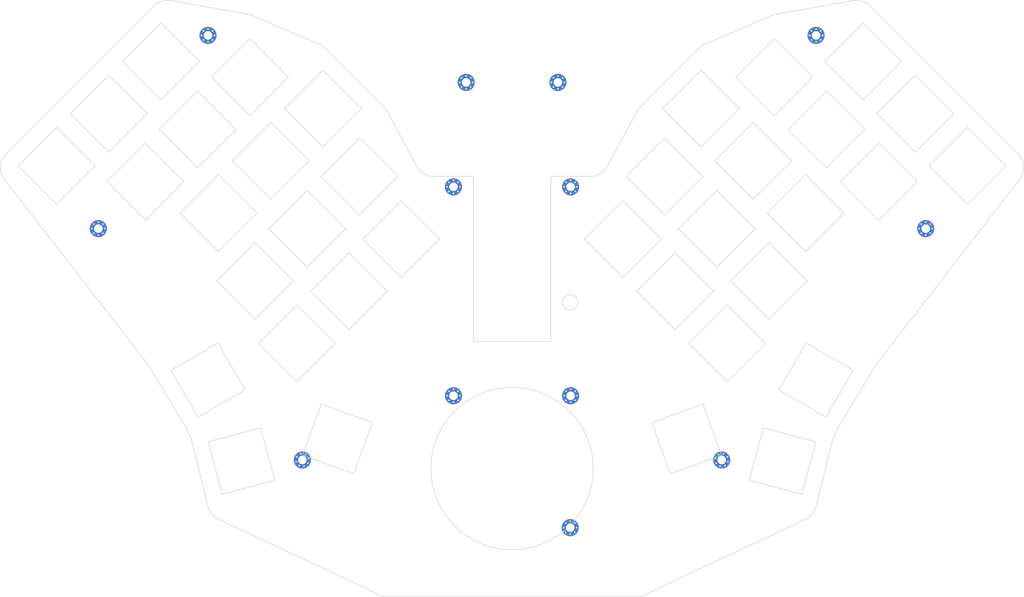
<source format=kicad_pcb>


(kicad_pcb (version 20171130) (host pcbnew 5.1.6)

  (page A3)
  (title_block
    (title "top_plate")
    (rev "v1.0.0")
    (company "Unknown")
  )

  (general
    (thickness 1.6)
  )

  (layers
    (0 F.Cu signal)
    (31 B.Cu signal)
    (32 B.Adhes user)
    (33 F.Adhes user)
    (34 B.Paste user)
    (35 F.Paste user)
    (36 B.SilkS user)
    (37 F.SilkS user)
    (38 B.Mask user)
    (39 F.Mask user)
    (40 Dwgs.User user)
    (41 Cmts.User user)
    (42 Eco1.User user)
    (43 Eco2.User user)
    (44 Edge.Cuts user)
    (45 Margin user)
    (46 B.CrtYd user)
    (47 F.CrtYd user)
    (48 B.Fab user)
    (49 F.Fab user)
  )

  (setup
    (last_trace_width 0.25)
    (trace_clearance 0.2)
    (zone_clearance 0.508)
    (zone_45_only no)
    (trace_min 0.2)
    (via_size 0.8)
    (via_drill 0.4)
    (via_min_size 0.4)
    (via_min_drill 0.3)
    (uvia_size 0.3)
    (uvia_drill 0.1)
    (uvias_allowed no)
    (uvia_min_size 0.2)
    (uvia_min_drill 0.1)
    (edge_width 0.05)
    (segment_width 0.2)
    (pcb_text_width 0.3)
    (pcb_text_size 1.5 1.5)
    (mod_edge_width 0.12)
    (mod_text_size 1 1)
    (mod_text_width 0.15)
    (pad_size 1.524 1.524)
    (pad_drill 0.762)
    (pad_to_mask_clearance 0.05)
    (aux_axis_origin 0 0)
    (visible_elements FFFFFF7F)
    (pcbplotparams
      (layerselection 0x010fc_ffffffff)
      (usegerberextensions false)
      (usegerberattributes true)
      (usegerberadvancedattributes true)
      (creategerberjobfile true)
      (excludeedgelayer true)
      (linewidth 0.100000)
      (plotframeref false)
      (viasonmask false)
      (mode 1)
      (useauxorigin false)
      (hpglpennumber 1)
      (hpglpenspeed 20)
      (hpglpendiameter 15.000000)
      (psnegative false)
      (psa4output false)
      (plotreference true)
      (plotvalue true)
      (plotinvisibletext false)
      (padsonsilk false)
      (subtractmaskfromsilk false)
      (outputformat 1)
      (mirror false)
      (drillshape 1)
      (scaleselection 1)
      (outputdirectory ""))
  )

  (net 0 "")

  (net_class Default "This is the default net class."
    (clearance 0.2)
    (trace_width 0.25)
    (via_dia 0.8)
    (via_drill 0.4)
    (uvia_dia 0.3)
    (uvia_drill 0.1)
    (add_net "")
  )

  
    (module "MountingHole_2.2mm_M2_Pad_Via" (version 20210722) (generator pcbnew) (layer "F.Cu")
      (tedit 56DDB9C7)
      (at 60.2773176 128.95859919999998 -45) 
    
      (fp_text reference "_1" (at 0 -3.2) (layer "F.SilkS") hide 
        (effects (font (size 1 1) (thickness 0.15)))
        (tstamp b68bb25c-687d-44b1-b966-dad4cac66b35)
      )
    
      (fp_circle (center 0 0) (end 2.45 0) (layer "F.CrtYd") (width 0.05) (fill none) (tstamp b2688462-c375-45d3-9095-3425fb17c88f))
      (pad "1" thru_hole circle locked (at 1.166726 1.166726) (size 0.7 0.7) (drill 0.4) (layers *.Cu *.Mask) (tstamp 2a7fc905-328f-4bbb-9222-ca8d15d03a86))
      (pad "1" thru_hole circle locked (at 0 0) (size 4.4 4.4) (drill 2.2) (layers *.Cu *.Mask) (tstamp 47ee1d53-0551-4b6d-bc24-3f3f14c73c36))
      (pad "1" thru_hole circle locked (at 0 1.65) (size 0.7 0.7) (drill 0.4) (layers *.Cu *.Mask) (tstamp 4eef65bc-4add-40d7-8319-14dcdbae0d44))
      (pad "1" thru_hole circle locked (at 1.166726 -1.166726) (size 0.7 0.7) (drill 0.4) (layers *.Cu *.Mask) (tstamp 56155f4d-2ebc-4ad4-8d82-7aa7846deba8))
      (pad "1" thru_hole circle locked (at -1.65 0) (size 0.7 0.7) (drill 0.4) (layers *.Cu *.Mask) (tstamp 787d6162-1d3c-4def-859e-6532ce27c1ef))
      (pad "1" thru_hole circle locked (at -1.166726 -1.166726) (size 0.7 0.7) (drill 0.4) (layers *.Cu *.Mask) (tstamp 8d699d12-7099-4814-bbe6-11bc74c6e8b2))
      (pad "1" thru_hole circle locked (at -1.166726 1.166726) (size 0.7 0.7) (drill 0.4) (layers *.Cu *.Mask) (tstamp 95ab0420-a56b-46ee-98ad-5072a1a93a6f))
      (pad "1" thru_hole circle locked (at 1.65 0) (size 0.7 0.7) (drill 0.4) (layers *.Cu *.Mask) (tstamp cde0acf2-b3b4-46de-9f6e-3ab519744000))
      (pad "1" thru_hole circle locked (at 0 -1.65) (size 0.7 0.7) (drill 0.4) (layers *.Cu *.Mask) (tstamp ff0de415-ae11-46fb-b780-c24aee621212))
    )

    (module "MountingHole_2.2mm_M2_Pad_Via" (version 20210722) (generator pcbnew) (layer "F.Cu")
      (tedit 56DDB9C7)
      (at 31.9895107 178.7990207 -45) 
    
      (fp_text reference "_2" (at 0 -3.2) (layer "F.SilkS") hide 
        (effects (font (size 1 1) (thickness 0.15)))
        (tstamp b68bb25c-687d-44b1-b966-dad4cac66b35)
      )
    
      (fp_circle (center 0 0) (end 2.45 0) (layer "F.CrtYd") (width 0.05) (fill none) (tstamp b2688462-c375-45d3-9095-3425fb17c88f))
      (pad "1" thru_hole circle locked (at 1.166726 1.166726) (size 0.7 0.7) (drill 0.4) (layers *.Cu *.Mask) (tstamp 2a7fc905-328f-4bbb-9222-ca8d15d03a86))
      (pad "1" thru_hole circle locked (at 0 0) (size 4.4 4.4) (drill 2.2) (layers *.Cu *.Mask) (tstamp 47ee1d53-0551-4b6d-bc24-3f3f14c73c36))
      (pad "1" thru_hole circle locked (at 0 1.65) (size 0.7 0.7) (drill 0.4) (layers *.Cu *.Mask) (tstamp 4eef65bc-4add-40d7-8319-14dcdbae0d44))
      (pad "1" thru_hole circle locked (at 1.166726 -1.166726) (size 0.7 0.7) (drill 0.4) (layers *.Cu *.Mask) (tstamp 56155f4d-2ebc-4ad4-8d82-7aa7846deba8))
      (pad "1" thru_hole circle locked (at -1.65 0) (size 0.7 0.7) (drill 0.4) (layers *.Cu *.Mask) (tstamp 787d6162-1d3c-4def-859e-6532ce27c1ef))
      (pad "1" thru_hole circle locked (at -1.166726 -1.166726) (size 0.7 0.7) (drill 0.4) (layers *.Cu *.Mask) (tstamp 8d699d12-7099-4814-bbe6-11bc74c6e8b2))
      (pad "1" thru_hole circle locked (at -1.166726 1.166726) (size 0.7 0.7) (drill 0.4) (layers *.Cu *.Mask) (tstamp 95ab0420-a56b-46ee-98ad-5072a1a93a6f))
      (pad "1" thru_hole circle locked (at 1.65 0) (size 0.7 0.7) (drill 0.4) (layers *.Cu *.Mask) (tstamp cde0acf2-b3b4-46de-9f6e-3ab519744000))
      (pad "1" thru_hole circle locked (at 0 -1.65) (size 0.7 0.7) (drill 0.4) (layers *.Cu *.Mask) (tstamp ff0de415-ae11-46fb-b780-c24aee621212))
    )

    (module "MountingHole_2.2mm_M2_Pad_Via" (version 20210722) (generator pcbnew) (layer "F.Cu")
      (tedit 56DDB9C7)
      (at 123.5881232 168.0227133 -45) 
    
      (fp_text reference "_3" (at 0 -3.2) (layer "F.SilkS") hide 
        (effects (font (size 1 1) (thickness 0.15)))
        (tstamp b68bb25c-687d-44b1-b966-dad4cac66b35)
      )
    
      (fp_circle (center 0 0) (end 2.45 0) (layer "F.CrtYd") (width 0.05) (fill none) (tstamp b2688462-c375-45d3-9095-3425fb17c88f))
      (pad "1" thru_hole circle locked (at 1.166726 1.166726) (size 0.7 0.7) (drill 0.4) (layers *.Cu *.Mask) (tstamp 2a7fc905-328f-4bbb-9222-ca8d15d03a86))
      (pad "1" thru_hole circle locked (at 0 0) (size 4.4 4.4) (drill 2.2) (layers *.Cu *.Mask) (tstamp 47ee1d53-0551-4b6d-bc24-3f3f14c73c36))
      (pad "1" thru_hole circle locked (at 0 1.65) (size 0.7 0.7) (drill 0.4) (layers *.Cu *.Mask) (tstamp 4eef65bc-4add-40d7-8319-14dcdbae0d44))
      (pad "1" thru_hole circle locked (at 1.166726 -1.166726) (size 0.7 0.7) (drill 0.4) (layers *.Cu *.Mask) (tstamp 56155f4d-2ebc-4ad4-8d82-7aa7846deba8))
      (pad "1" thru_hole circle locked (at -1.65 0) (size 0.7 0.7) (drill 0.4) (layers *.Cu *.Mask) (tstamp 787d6162-1d3c-4def-859e-6532ce27c1ef))
      (pad "1" thru_hole circle locked (at -1.166726 -1.166726) (size 0.7 0.7) (drill 0.4) (layers *.Cu *.Mask) (tstamp 8d699d12-7099-4814-bbe6-11bc74c6e8b2))
      (pad "1" thru_hole circle locked (at -1.166726 1.166726) (size 0.7 0.7) (drill 0.4) (layers *.Cu *.Mask) (tstamp 95ab0420-a56b-46ee-98ad-5072a1a93a6f))
      (pad "1" thru_hole circle locked (at 1.65 0) (size 0.7 0.7) (drill 0.4) (layers *.Cu *.Mask) (tstamp cde0acf2-b3b4-46de-9f6e-3ab519744000))
      (pad "1" thru_hole circle locked (at 0 -1.65) (size 0.7 0.7) (drill 0.4) (layers *.Cu *.Mask) (tstamp ff0de415-ae11-46fb-b780-c24aee621212))
    )

    (module "MountingHole_2.2mm_M2_Pad_Via" (version 20210722) (generator pcbnew) (layer "F.Cu")
      (tedit 56DDB9C7)
      (at 150.5288915 141.08194500000002 -45) 
    
      (fp_text reference "_4" (at 0 -3.2) (layer "F.SilkS") hide 
        (effects (font (size 1 1) (thickness 0.15)))
        (tstamp b68bb25c-687d-44b1-b966-dad4cac66b35)
      )
    
      (fp_circle (center 0 0) (end 2.45 0) (layer "F.CrtYd") (width 0.05) (fill none) (tstamp b2688462-c375-45d3-9095-3425fb17c88f))
      (pad "1" thru_hole circle locked (at 1.166726 1.166726) (size 0.7 0.7) (drill 0.4) (layers *.Cu *.Mask) (tstamp 2a7fc905-328f-4bbb-9222-ca8d15d03a86))
      (pad "1" thru_hole circle locked (at 0 0) (size 4.4 4.4) (drill 2.2) (layers *.Cu *.Mask) (tstamp 47ee1d53-0551-4b6d-bc24-3f3f14c73c36))
      (pad "1" thru_hole circle locked (at 0 1.65) (size 0.7 0.7) (drill 0.4) (layers *.Cu *.Mask) (tstamp 4eef65bc-4add-40d7-8319-14dcdbae0d44))
      (pad "1" thru_hole circle locked (at 1.166726 -1.166726) (size 0.7 0.7) (drill 0.4) (layers *.Cu *.Mask) (tstamp 56155f4d-2ebc-4ad4-8d82-7aa7846deba8))
      (pad "1" thru_hole circle locked (at -1.65 0) (size 0.7 0.7) (drill 0.4) (layers *.Cu *.Mask) (tstamp 787d6162-1d3c-4def-859e-6532ce27c1ef))
      (pad "1" thru_hole circle locked (at -1.166726 -1.166726) (size 0.7 0.7) (drill 0.4) (layers *.Cu *.Mask) (tstamp 8d699d12-7099-4814-bbe6-11bc74c6e8b2))
      (pad "1" thru_hole circle locked (at -1.166726 1.166726) (size 0.7 0.7) (drill 0.4) (layers *.Cu *.Mask) (tstamp 95ab0420-a56b-46ee-98ad-5072a1a93a6f))
      (pad "1" thru_hole circle locked (at 1.65 0) (size 0.7 0.7) (drill 0.4) (layers *.Cu *.Mask) (tstamp cde0acf2-b3b4-46de-9f6e-3ab519744000))
      (pad "1" thru_hole circle locked (at 0 -1.65) (size 0.7 0.7) (drill 0.4) (layers *.Cu *.Mask) (tstamp ff0de415-ae11-46fb-b780-c24aee621212))
    )

    (module "MountingHole_2.2mm_M2_Pad_Via" (version 20210722) (generator pcbnew) (layer "F.Cu")
      (tedit 56DDB9C7)
      (at 123.58812329999999 221.90425009999998 -45) 
    
      (fp_text reference "_5" (at 0 -3.2) (layer "F.SilkS") hide 
        (effects (font (size 1 1) (thickness 0.15)))
        (tstamp b68bb25c-687d-44b1-b966-dad4cac66b35)
      )
    
      (fp_circle (center 0 0) (end 2.45 0) (layer "F.CrtYd") (width 0.05) (fill none) (tstamp b2688462-c375-45d3-9095-3425fb17c88f))
      (pad "1" thru_hole circle locked (at 1.166726 1.166726) (size 0.7 0.7) (drill 0.4) (layers *.Cu *.Mask) (tstamp 2a7fc905-328f-4bbb-9222-ca8d15d03a86))
      (pad "1" thru_hole circle locked (at 0 0) (size 4.4 4.4) (drill 2.2) (layers *.Cu *.Mask) (tstamp 47ee1d53-0551-4b6d-bc24-3f3f14c73c36))
      (pad "1" thru_hole circle locked (at 0 1.65) (size 0.7 0.7) (drill 0.4) (layers *.Cu *.Mask) (tstamp 4eef65bc-4add-40d7-8319-14dcdbae0d44))
      (pad "1" thru_hole circle locked (at 1.166726 -1.166726) (size 0.7 0.7) (drill 0.4) (layers *.Cu *.Mask) (tstamp 56155f4d-2ebc-4ad4-8d82-7aa7846deba8))
      (pad "1" thru_hole circle locked (at -1.65 0) (size 0.7 0.7) (drill 0.4) (layers *.Cu *.Mask) (tstamp 787d6162-1d3c-4def-859e-6532ce27c1ef))
      (pad "1" thru_hole circle locked (at -1.166726 -1.166726) (size 0.7 0.7) (drill 0.4) (layers *.Cu *.Mask) (tstamp 8d699d12-7099-4814-bbe6-11bc74c6e8b2))
      (pad "1" thru_hole circle locked (at -1.166726 1.166726) (size 0.7 0.7) (drill 0.4) (layers *.Cu *.Mask) (tstamp 95ab0420-a56b-46ee-98ad-5072a1a93a6f))
      (pad "1" thru_hole circle locked (at 1.65 0) (size 0.7 0.7) (drill 0.4) (layers *.Cu *.Mask) (tstamp cde0acf2-b3b4-46de-9f6e-3ab519744000))
      (pad "1" thru_hole circle locked (at 0 -1.65) (size 0.7 0.7) (drill 0.4) (layers *.Cu *.Mask) (tstamp ff0de415-ae11-46fb-b780-c24aee621212))
    )

    (module "MountingHole_2.2mm_M2_Pad_Via" (version 20210722) (generator pcbnew) (layer "F.Cu")
      (tedit 56DDB9C7)
      (at 84.6125523 238.47803530000002 -75) 
    
      (fp_text reference "_6" (at 0 -3.2) (layer "F.SilkS") hide 
        (effects (font (size 1 1) (thickness 0.15)))
        (tstamp b68bb25c-687d-44b1-b966-dad4cac66b35)
      )
    
      (fp_circle (center 0 0) (end 2.45 0) (layer "F.CrtYd") (width 0.05) (fill none) (tstamp b2688462-c375-45d3-9095-3425fb17c88f))
      (pad "1" thru_hole circle locked (at 1.166726 1.166726) (size 0.7 0.7) (drill 0.4) (layers *.Cu *.Mask) (tstamp 2a7fc905-328f-4bbb-9222-ca8d15d03a86))
      (pad "1" thru_hole circle locked (at 0 0) (size 4.4 4.4) (drill 2.2) (layers *.Cu *.Mask) (tstamp 47ee1d53-0551-4b6d-bc24-3f3f14c73c36))
      (pad "1" thru_hole circle locked (at 0 1.65) (size 0.7 0.7) (drill 0.4) (layers *.Cu *.Mask) (tstamp 4eef65bc-4add-40d7-8319-14dcdbae0d44))
      (pad "1" thru_hole circle locked (at 1.166726 -1.166726) (size 0.7 0.7) (drill 0.4) (layers *.Cu *.Mask) (tstamp 56155f4d-2ebc-4ad4-8d82-7aa7846deba8))
      (pad "1" thru_hole circle locked (at -1.65 0) (size 0.7 0.7) (drill 0.4) (layers *.Cu *.Mask) (tstamp 787d6162-1d3c-4def-859e-6532ce27c1ef))
      (pad "1" thru_hole circle locked (at -1.166726 -1.166726) (size 0.7 0.7) (drill 0.4) (layers *.Cu *.Mask) (tstamp 8d699d12-7099-4814-bbe6-11bc74c6e8b2))
      (pad "1" thru_hole circle locked (at -1.166726 1.166726) (size 0.7 0.7) (drill 0.4) (layers *.Cu *.Mask) (tstamp 95ab0420-a56b-46ee-98ad-5072a1a93a6f))
      (pad "1" thru_hole circle locked (at 1.65 0) (size 0.7 0.7) (drill 0.4) (layers *.Cu *.Mask) (tstamp cde0acf2-b3b4-46de-9f6e-3ab519744000))
      (pad "1" thru_hole circle locked (at 0 -1.65) (size 0.7 0.7) (drill 0.4) (layers *.Cu *.Mask) (tstamp ff0de415-ae11-46fb-b780-c24aee621212))
    )

    (module "MountingHole_2.2mm_M2_Pad_Via" (version 20210722) (generator pcbnew) (layer "F.Cu")
      (tedit 56DDB9C7)
      (at 217.10816040000003 128.95859919999998 45) 
    
      (fp_text reference "_7" (at 0 -3.2) (layer "F.SilkS") hide 
        (effects (font (size 1 1) (thickness 0.15)))
        (tstamp b68bb25c-687d-44b1-b966-dad4cac66b35)
      )
    
      (fp_circle (center 0 0) (end 2.45 0) (layer "F.CrtYd") (width 0.05) (fill none) (tstamp b2688462-c375-45d3-9095-3425fb17c88f))
      (pad "1" thru_hole circle locked (at 1.166726 1.166726) (size 0.7 0.7) (drill 0.4) (layers *.Cu *.Mask) (tstamp 2a7fc905-328f-4bbb-9222-ca8d15d03a86))
      (pad "1" thru_hole circle locked (at 0 0) (size 4.4 4.4) (drill 2.2) (layers *.Cu *.Mask) (tstamp 47ee1d53-0551-4b6d-bc24-3f3f14c73c36))
      (pad "1" thru_hole circle locked (at 0 1.65) (size 0.7 0.7) (drill 0.4) (layers *.Cu *.Mask) (tstamp 4eef65bc-4add-40d7-8319-14dcdbae0d44))
      (pad "1" thru_hole circle locked (at 1.166726 -1.166726) (size 0.7 0.7) (drill 0.4) (layers *.Cu *.Mask) (tstamp 56155f4d-2ebc-4ad4-8d82-7aa7846deba8))
      (pad "1" thru_hole circle locked (at -1.65 0) (size 0.7 0.7) (drill 0.4) (layers *.Cu *.Mask) (tstamp 787d6162-1d3c-4def-859e-6532ce27c1ef))
      (pad "1" thru_hole circle locked (at -1.166726 -1.166726) (size 0.7 0.7) (drill 0.4) (layers *.Cu *.Mask) (tstamp 8d699d12-7099-4814-bbe6-11bc74c6e8b2))
      (pad "1" thru_hole circle locked (at -1.166726 1.166726) (size 0.7 0.7) (drill 0.4) (layers *.Cu *.Mask) (tstamp 95ab0420-a56b-46ee-98ad-5072a1a93a6f))
      (pad "1" thru_hole circle locked (at 1.65 0) (size 0.7 0.7) (drill 0.4) (layers *.Cu *.Mask) (tstamp cde0acf2-b3b4-46de-9f6e-3ab519744000))
      (pad "1" thru_hole circle locked (at 0 -1.65) (size 0.7 0.7) (drill 0.4) (layers *.Cu *.Mask) (tstamp ff0de415-ae11-46fb-b780-c24aee621212))
    )

    (module "MountingHole_2.2mm_M2_Pad_Via" (version 20210722) (generator pcbnew) (layer "F.Cu")
      (tedit 56DDB9C7)
      (at 245.39596730000005 178.7990207 45) 
    
      (fp_text reference "_8" (at 0 -3.2) (layer "F.SilkS") hide 
        (effects (font (size 1 1) (thickness 0.15)))
        (tstamp b68bb25c-687d-44b1-b966-dad4cac66b35)
      )
    
      (fp_circle (center 0 0) (end 2.45 0) (layer "F.CrtYd") (width 0.05) (fill none) (tstamp b2688462-c375-45d3-9095-3425fb17c88f))
      (pad "1" thru_hole circle locked (at 1.166726 1.166726) (size 0.7 0.7) (drill 0.4) (layers *.Cu *.Mask) (tstamp 2a7fc905-328f-4bbb-9222-ca8d15d03a86))
      (pad "1" thru_hole circle locked (at 0 0) (size 4.4 4.4) (drill 2.2) (layers *.Cu *.Mask) (tstamp 47ee1d53-0551-4b6d-bc24-3f3f14c73c36))
      (pad "1" thru_hole circle locked (at 0 1.65) (size 0.7 0.7) (drill 0.4) (layers *.Cu *.Mask) (tstamp 4eef65bc-4add-40d7-8319-14dcdbae0d44))
      (pad "1" thru_hole circle locked (at 1.166726 -1.166726) (size 0.7 0.7) (drill 0.4) (layers *.Cu *.Mask) (tstamp 56155f4d-2ebc-4ad4-8d82-7aa7846deba8))
      (pad "1" thru_hole circle locked (at -1.65 0) (size 0.7 0.7) (drill 0.4) (layers *.Cu *.Mask) (tstamp 787d6162-1d3c-4def-859e-6532ce27c1ef))
      (pad "1" thru_hole circle locked (at -1.166726 -1.166726) (size 0.7 0.7) (drill 0.4) (layers *.Cu *.Mask) (tstamp 8d699d12-7099-4814-bbe6-11bc74c6e8b2))
      (pad "1" thru_hole circle locked (at -1.166726 1.166726) (size 0.7 0.7) (drill 0.4) (layers *.Cu *.Mask) (tstamp 95ab0420-a56b-46ee-98ad-5072a1a93a6f))
      (pad "1" thru_hole circle locked (at 1.65 0) (size 0.7 0.7) (drill 0.4) (layers *.Cu *.Mask) (tstamp cde0acf2-b3b4-46de-9f6e-3ab519744000))
      (pad "1" thru_hole circle locked (at 0 -1.65) (size 0.7 0.7) (drill 0.4) (layers *.Cu *.Mask) (tstamp ff0de415-ae11-46fb-b780-c24aee621212))
    )

    (module "MountingHole_2.2mm_M2_Pad_Via" (version 20210722) (generator pcbnew) (layer "F.Cu")
      (tedit 56DDB9C7)
      (at 153.79735480000002 168.0227133 45) 
    
      (fp_text reference "_9" (at 0 -3.2) (layer "F.SilkS") hide 
        (effects (font (size 1 1) (thickness 0.15)))
        (tstamp b68bb25c-687d-44b1-b966-dad4cac66b35)
      )
    
      (fp_circle (center 0 0) (end 2.45 0) (layer "F.CrtYd") (width 0.05) (fill none) (tstamp b2688462-c375-45d3-9095-3425fb17c88f))
      (pad "1" thru_hole circle locked (at 1.166726 1.166726) (size 0.7 0.7) (drill 0.4) (layers *.Cu *.Mask) (tstamp 2a7fc905-328f-4bbb-9222-ca8d15d03a86))
      (pad "1" thru_hole circle locked (at 0 0) (size 4.4 4.4) (drill 2.2) (layers *.Cu *.Mask) (tstamp 47ee1d53-0551-4b6d-bc24-3f3f14c73c36))
      (pad "1" thru_hole circle locked (at 0 1.65) (size 0.7 0.7) (drill 0.4) (layers *.Cu *.Mask) (tstamp 4eef65bc-4add-40d7-8319-14dcdbae0d44))
      (pad "1" thru_hole circle locked (at 1.166726 -1.166726) (size 0.7 0.7) (drill 0.4) (layers *.Cu *.Mask) (tstamp 56155f4d-2ebc-4ad4-8d82-7aa7846deba8))
      (pad "1" thru_hole circle locked (at -1.65 0) (size 0.7 0.7) (drill 0.4) (layers *.Cu *.Mask) (tstamp 787d6162-1d3c-4def-859e-6532ce27c1ef))
      (pad "1" thru_hole circle locked (at -1.166726 -1.166726) (size 0.7 0.7) (drill 0.4) (layers *.Cu *.Mask) (tstamp 8d699d12-7099-4814-bbe6-11bc74c6e8b2))
      (pad "1" thru_hole circle locked (at -1.166726 1.166726) (size 0.7 0.7) (drill 0.4) (layers *.Cu *.Mask) (tstamp 95ab0420-a56b-46ee-98ad-5072a1a93a6f))
      (pad "1" thru_hole circle locked (at 1.65 0) (size 0.7 0.7) (drill 0.4) (layers *.Cu *.Mask) (tstamp cde0acf2-b3b4-46de-9f6e-3ab519744000))
      (pad "1" thru_hole circle locked (at 0 -1.65) (size 0.7 0.7) (drill 0.4) (layers *.Cu *.Mask) (tstamp ff0de415-ae11-46fb-b780-c24aee621212))
    )

    (module "MountingHole_2.2mm_M2_Pad_Via" (version 20210722) (generator pcbnew) (layer "F.Cu")
      (tedit 56DDB9C7)
      (at 126.85658650000003 141.08194500000002 45) 
    
      (fp_text reference "_10" (at 0 -3.2) (layer "F.SilkS") hide 
        (effects (font (size 1 1) (thickness 0.15)))
        (tstamp b68bb25c-687d-44b1-b966-dad4cac66b35)
      )
    
      (fp_circle (center 0 0) (end 2.45 0) (layer "F.CrtYd") (width 0.05) (fill none) (tstamp b2688462-c375-45d3-9095-3425fb17c88f))
      (pad "1" thru_hole circle locked (at 1.166726 1.166726) (size 0.7 0.7) (drill 0.4) (layers *.Cu *.Mask) (tstamp 2a7fc905-328f-4bbb-9222-ca8d15d03a86))
      (pad "1" thru_hole circle locked (at 0 0) (size 4.4 4.4) (drill 2.2) (layers *.Cu *.Mask) (tstamp 47ee1d53-0551-4b6d-bc24-3f3f14c73c36))
      (pad "1" thru_hole circle locked (at 0 1.65) (size 0.7 0.7) (drill 0.4) (layers *.Cu *.Mask) (tstamp 4eef65bc-4add-40d7-8319-14dcdbae0d44))
      (pad "1" thru_hole circle locked (at 1.166726 -1.166726) (size 0.7 0.7) (drill 0.4) (layers *.Cu *.Mask) (tstamp 56155f4d-2ebc-4ad4-8d82-7aa7846deba8))
      (pad "1" thru_hole circle locked (at -1.65 0) (size 0.7 0.7) (drill 0.4) (layers *.Cu *.Mask) (tstamp 787d6162-1d3c-4def-859e-6532ce27c1ef))
      (pad "1" thru_hole circle locked (at -1.166726 -1.166726) (size 0.7 0.7) (drill 0.4) (layers *.Cu *.Mask) (tstamp 8d699d12-7099-4814-bbe6-11bc74c6e8b2))
      (pad "1" thru_hole circle locked (at -1.166726 1.166726) (size 0.7 0.7) (drill 0.4) (layers *.Cu *.Mask) (tstamp 95ab0420-a56b-46ee-98ad-5072a1a93a6f))
      (pad "1" thru_hole circle locked (at 1.65 0) (size 0.7 0.7) (drill 0.4) (layers *.Cu *.Mask) (tstamp cde0acf2-b3b4-46de-9f6e-3ab519744000))
      (pad "1" thru_hole circle locked (at 0 -1.65) (size 0.7 0.7) (drill 0.4) (layers *.Cu *.Mask) (tstamp ff0de415-ae11-46fb-b780-c24aee621212))
    )

    (module "MountingHole_2.2mm_M2_Pad_Via" (version 20210722) (generator pcbnew) (layer "F.Cu")
      (tedit 56DDB9C7)
      (at 153.79735470000006 221.90425009999998 45) 
    
      (fp_text reference "_11" (at 0 -3.2) (layer "F.SilkS") hide 
        (effects (font (size 1 1) (thickness 0.15)))
        (tstamp b68bb25c-687d-44b1-b966-dad4cac66b35)
      )
    
      (fp_circle (center 0 0) (end 2.45 0) (layer "F.CrtYd") (width 0.05) (fill none) (tstamp b2688462-c375-45d3-9095-3425fb17c88f))
      (pad "1" thru_hole circle locked (at 1.166726 1.166726) (size 0.7 0.7) (drill 0.4) (layers *.Cu *.Mask) (tstamp 2a7fc905-328f-4bbb-9222-ca8d15d03a86))
      (pad "1" thru_hole circle locked (at 0 0) (size 4.4 4.4) (drill 2.2) (layers *.Cu *.Mask) (tstamp 47ee1d53-0551-4b6d-bc24-3f3f14c73c36))
      (pad "1" thru_hole circle locked (at 0 1.65) (size 0.7 0.7) (drill 0.4) (layers *.Cu *.Mask) (tstamp 4eef65bc-4add-40d7-8319-14dcdbae0d44))
      (pad "1" thru_hole circle locked (at 1.166726 -1.166726) (size 0.7 0.7) (drill 0.4) (layers *.Cu *.Mask) (tstamp 56155f4d-2ebc-4ad4-8d82-7aa7846deba8))
      (pad "1" thru_hole circle locked (at -1.65 0) (size 0.7 0.7) (drill 0.4) (layers *.Cu *.Mask) (tstamp 787d6162-1d3c-4def-859e-6532ce27c1ef))
      (pad "1" thru_hole circle locked (at -1.166726 -1.166726) (size 0.7 0.7) (drill 0.4) (layers *.Cu *.Mask) (tstamp 8d699d12-7099-4814-bbe6-11bc74c6e8b2))
      (pad "1" thru_hole circle locked (at -1.166726 1.166726) (size 0.7 0.7) (drill 0.4) (layers *.Cu *.Mask) (tstamp 95ab0420-a56b-46ee-98ad-5072a1a93a6f))
      (pad "1" thru_hole circle locked (at 1.65 0) (size 0.7 0.7) (drill 0.4) (layers *.Cu *.Mask) (tstamp cde0acf2-b3b4-46de-9f6e-3ab519744000))
      (pad "1" thru_hole circle locked (at 0 -1.65) (size 0.7 0.7) (drill 0.4) (layers *.Cu *.Mask) (tstamp ff0de415-ae11-46fb-b780-c24aee621212))
    )

    (module "MountingHole_2.2mm_M2_Pad_Via" (version 20210722) (generator pcbnew) (layer "F.Cu")
      (tedit 56DDB9C7)
      (at 192.77292570000003 238.47803530000002 75) 
    
      (fp_text reference "_12" (at 0 -3.2) (layer "F.SilkS") hide 
        (effects (font (size 1 1) (thickness 0.15)))
        (tstamp b68bb25c-687d-44b1-b966-dad4cac66b35)
      )
    
      (fp_circle (center 0 0) (end 2.45 0) (layer "F.CrtYd") (width 0.05) (fill none) (tstamp b2688462-c375-45d3-9095-3425fb17c88f))
      (pad "1" thru_hole circle locked (at 1.166726 1.166726) (size 0.7 0.7) (drill 0.4) (layers *.Cu *.Mask) (tstamp 2a7fc905-328f-4bbb-9222-ca8d15d03a86))
      (pad "1" thru_hole circle locked (at 0 0) (size 4.4 4.4) (drill 2.2) (layers *.Cu *.Mask) (tstamp 47ee1d53-0551-4b6d-bc24-3f3f14c73c36))
      (pad "1" thru_hole circle locked (at 0 1.65) (size 0.7 0.7) (drill 0.4) (layers *.Cu *.Mask) (tstamp 4eef65bc-4add-40d7-8319-14dcdbae0d44))
      (pad "1" thru_hole circle locked (at 1.166726 -1.166726) (size 0.7 0.7) (drill 0.4) (layers *.Cu *.Mask) (tstamp 56155f4d-2ebc-4ad4-8d82-7aa7846deba8))
      (pad "1" thru_hole circle locked (at -1.65 0) (size 0.7 0.7) (drill 0.4) (layers *.Cu *.Mask) (tstamp 787d6162-1d3c-4def-859e-6532ce27c1ef))
      (pad "1" thru_hole circle locked (at -1.166726 -1.166726) (size 0.7 0.7) (drill 0.4) (layers *.Cu *.Mask) (tstamp 8d699d12-7099-4814-bbe6-11bc74c6e8b2))
      (pad "1" thru_hole circle locked (at -1.166726 1.166726) (size 0.7 0.7) (drill 0.4) (layers *.Cu *.Mask) (tstamp 95ab0420-a56b-46ee-98ad-5072a1a93a6f))
      (pad "1" thru_hole circle locked (at 1.65 0) (size 0.7 0.7) (drill 0.4) (layers *.Cu *.Mask) (tstamp cde0acf2-b3b4-46de-9f6e-3ab519744000))
      (pad "1" thru_hole circle locked (at 0 -1.65) (size 0.7 0.7) (drill 0.4) (layers *.Cu *.Mask) (tstamp ff0de415-ae11-46fb-b780-c24aee621212))
    )

    (module "MountingHole_2.2mm_M2_Pad_Via" (version 20210722) (generator pcbnew) (layer "F.Cu")
      (tedit 56DDB9C7)
      (at 153.69273900000002 255.9234817 0) 
    
      (fp_text reference "_13" (at 0 -3.2) (layer "F.SilkS") hide 
        (effects (font (size 1 1) (thickness 0.15)))
        (tstamp b68bb25c-687d-44b1-b966-dad4cac66b35)
      )
    
      (fp_circle (center 0 0) (end 2.45 0) (layer "F.CrtYd") (width 0.05) (fill none) (tstamp b2688462-c375-45d3-9095-3425fb17c88f))
      (pad "1" thru_hole circle locked (at 1.166726 1.166726) (size 0.7 0.7) (drill 0.4) (layers *.Cu *.Mask) (tstamp 2a7fc905-328f-4bbb-9222-ca8d15d03a86))
      (pad "1" thru_hole circle locked (at 0 0) (size 4.4 4.4) (drill 2.2) (layers *.Cu *.Mask) (tstamp 47ee1d53-0551-4b6d-bc24-3f3f14c73c36))
      (pad "1" thru_hole circle locked (at 0 1.65) (size 0.7 0.7) (drill 0.4) (layers *.Cu *.Mask) (tstamp 4eef65bc-4add-40d7-8319-14dcdbae0d44))
      (pad "1" thru_hole circle locked (at 1.166726 -1.166726) (size 0.7 0.7) (drill 0.4) (layers *.Cu *.Mask) (tstamp 56155f4d-2ebc-4ad4-8d82-7aa7846deba8))
      (pad "1" thru_hole circle locked (at -1.65 0) (size 0.7 0.7) (drill 0.4) (layers *.Cu *.Mask) (tstamp 787d6162-1d3c-4def-859e-6532ce27c1ef))
      (pad "1" thru_hole circle locked (at -1.166726 -1.166726) (size 0.7 0.7) (drill 0.4) (layers *.Cu *.Mask) (tstamp 8d699d12-7099-4814-bbe6-11bc74c6e8b2))
      (pad "1" thru_hole circle locked (at -1.166726 1.166726) (size 0.7 0.7) (drill 0.4) (layers *.Cu *.Mask) (tstamp 95ab0420-a56b-46ee-98ad-5072a1a93a6f))
      (pad "1" thru_hole circle locked (at 1.65 0) (size 0.7 0.7) (drill 0.4) (layers *.Cu *.Mask) (tstamp cde0acf2-b3b4-46de-9f6e-3ab519744000))
      (pad "1" thru_hole circle locked (at 0 -1.65) (size 0.7 0.7) (drill 0.4) (layers *.Cu *.Mask) (tstamp ff0de415-ae11-46fb-b780-c24aee621212))
    )
  (gr_line (start 8.166519390563415 159.5167827094366) (end 46.313176390521924 121.37012570947806) (angle 90) (layer Edge.Cuts) (width 0.15))
(gr_line (start 50.71763676233398 119.9817417692096) (end 70.48431665703148 123.4699794383062) (angle 90) (layer Edge.Cuts) (width 0.15))
(gr_line (start 71.5849867576331 123.79817210960914) (end 89.0271071997604 131.27336655838107) (angle 90) (layer Edge.Cuts) (width 0.15))
(gr_line (start 90.59304452734662 132.33355782734662) (end 105.55771759938509 147.2982308993851) (angle 90) (layer Edge.Cuts) (width 0.15))
(gr_line (start 106.42453924112816 148.46326577690795) (end 114.09000755941193 162.69913552247704) (angle 90) (layer Edge.Cuts) (width 0.15))
(gr_line (start 118.49236310115505 165.3286365) (end 128.69273900000002 165.3286365) (angle 90) (layer Edge.Cuts) (width 0.15))
(gr_line (start 148.69273900000002 165.3286365) (end 158.893114898845 165.3286365) (angle 90) (layer Edge.Cuts) (width 0.15))
(gr_line (start 163.29547044058808 162.6991355224771) (end 170.9609387588719 148.46326577690797) (angle 90) (layer Edge.Cuts) (width 0.15))
(gr_line (start 171.82776040061498 147.29823089938503) (end 186.79243347265344 132.33355782734657) (angle 90) (layer Edge.Cuts) (width 0.15))
(gr_line (start 188.35837080023967 131.27336655838107) (end 205.80049124236703 123.7981721096091) (angle 90) (layer Edge.Cuts) (width 0.15))
(gr_line (start 206.90116134296875 123.46997943830615) (end 226.66784123766607 119.9817417692096) (angle 90) (layer Edge.Cuts) (width 0.15))
(gr_line (start 231.0723016094781 121.37012570947805) (end 269.21895860943675 159.5167827094367) (angle 90) (layer Edge.Cuts) (width 0.15))
(gr_line (start 269.6334346330515 166.11783805015546) (end 232.90166042208273 213.44774893917048) (angle 90) (layer Edge.Cuts) (width 0.15))
(gr_line (start 232.5703269481078 213.93061694166687) (end 222.47856980000003 230.6600296) (angle 90) (layer Edge.Cuts) (width 0.15))
(gr_line (start 222.47856980000003 230.6600296) (end 221.29183080000004 233.4768052) (angle 90) (layer Edge.Cuts) (width 0.15))
(gr_line (start 221.29183080000004 233.4768052) (end 217.13170784820537 250.42059115438838) (angle 90) (layer Edge.Cuts) (width 0.15))
(gr_line (start 214.39854279565108 253.75545985459098) (end 172.76636525640876 273.27556644083006) (angle 90) (layer Edge.Cuts) (width 0.15))
(gr_line (start 170.64374814349057 273.74848169999996) (end 106.74172985650944 273.74848169999996) (angle 90) (layer Edge.Cuts) (width 0.15))
(gr_line (start 104.61911274359122 273.27556644083006) (end 62.98693520434899 253.755459854591) (angle 90) (layer Edge.Cuts) (width 0.15))
(gr_line (start 60.25377015179475 250.42059115438857) (end 56.09364720000001 233.4768052) (angle 90) (layer Edge.Cuts) (width 0.15))
(gr_line (start 56.09364720000001 233.4768052) (end 54.9069082 230.6600296) (angle 90) (layer Edge.Cuts) (width 0.15))
(gr_line (start 54.9069082 230.6600296) (end 44.81515105189226 213.9306169416669) (angle 90) (layer Edge.Cuts) (width 0.15))
(gr_line (start 44.4838175779173 213.4477489391705) (end 7.752043366948679 166.11783805015554) (angle 90) (layer Edge.Cuts) (width 0.15))
(gr_arc (start 49.8487102905219 124.90565960947806) (end 50.7176367905219 119.98174180947807) (angle -55.00797747810235) (layer Edge.Cuts) (width 0.15))
(gr_arc (start 69.61539018521935 128.39389727857466) (end 71.58498678521936 123.79817217857466) (angle -13.190613787875037) (layer Edge.Cuts) (width 0.15))
(gr_arc (start 87.05751062734659 135.86909172734659) (end 90.59304452734659 132.3335578273466) (angle -21.801408734021813) (layer Edge.Cuts) (width 0.15))
(gr_arc (start 102.02218369938505 150.83376479938505) (end 106.42453919938505 148.46326579938506) (angle -16.699245398160503) (layer Edge.Cuts) (width 0.15))
(gr_arc (start 118.49236310115505 160.3286365) (end 114.09000760115505 162.69913549999998) (angle -61.699245398161764) (layer Edge.Cuts) (width 0.15))
(gr_arc (start 158.893114898845 160.3286365) (end 158.893114898845 165.3286365) (angle -61.69924539816088) (layer Edge.Cuts) (width 0.15))
(gr_arc (start 175.36329430061502 150.83376479938505) (end 171.82776040061503 147.29823089938506) (angle -16.69924539816128) (layer Edge.Cuts) (width 0.15))
(gr_arc (start 190.32796737265346 135.86909172734659) (end 188.35837077265347 131.27336662734658) (angle -21.80140873402138) (layer Edge.Cuts) (width 0.15))
(gr_arc (start 207.7700878147808 128.39389727857463) (end 206.9011613147808 123.46997947857463) (angle -13.190613787876131) (layer Edge.Cuts) (width 0.15))
(gr_arc (start 227.53676770947814 124.90565960947806) (end 231.07230160947813 121.37012570947806) (angle -55.00797747810201) (layer Edge.Cuts) (width 0.15))
(gr_arc (start 265.6834247094367 163.05231660943662) (end 269.6334346094367 166.1178380094366) (angle -82.81430317809998) (layer Edge.Cuts) (width 0.15))
(gr_arc (start 236.8516703456974 216.5132703798895) (end 232.90166044569742 213.4477489798895) (angle -6.714479959627738) (layer Edge.Cuts) (width 0.15))
(gr_arc (start 212.2759256827329 249.22837511376088) (end 214.3985427827329 253.7554599137609) (angle -51.08482288768181) (layer Edge.Cuts) (width 0.15))
(gr_arc (start 170.64374814349057 268.74848169999996) (end 170.64374814349057 273.74848169999996) (angle -25.120501529720798) (layer Edge.Cuts) (width 0.15))
(gr_arc (start 106.74172985650944 268.74848169999996) (end 104.61911275650944 273.27556649999997) (angle -25.120501529721082) (layer Edge.Cuts) (width 0.15))
(gr_arc (start 65.10955231726713 249.22837511376088) (end 60.25377011726713 250.42059121376087) (angle -51.08482288768002) (layer Edge.Cuts) (width 0.15))
(gr_arc (start 40.53380765430255 216.5132703798895) (end 44.81515105430255 213.9306169798895) (angle -6.714479959627919) (layer Edge.Cuts) (width 0.15))
(gr_arc (start 11.70205329056342 163.05231660943656) (end 8.166519390563419 159.51678270943657) (angle -82.81430317810268) (layer Edge.Cuts) (width 0.15))
(gr_line (start 11.2995663 162.6345597) (end 21.2132034 172.5481968) (angle 90) (layer Edge.Cuts) (width 0.15))
(gr_line (start 21.2132034 172.5481968) (end 31.1268405 162.6345597) (angle 90) (layer Edge.Cuts) (width 0.15))
(gr_line (start 31.1268405 162.6345597) (end 21.2132034 152.7209226) (angle 90) (layer Edge.Cuts) (width 0.15))
(gr_line (start 21.2132034 152.7209226) (end 11.2995663 162.6345597) (angle 90) (layer Edge.Cuts) (width 0.15))
(gr_line (start 24.769950500000004 149.1641755) (end 34.6835876 159.0778126) (angle 90) (layer Edge.Cuts) (width 0.15))
(gr_line (start 34.6835876 159.0778126) (end 44.597224700000005 149.1641755) (angle 90) (layer Edge.Cuts) (width 0.15))
(gr_line (start 44.597224700000005 149.1641755) (end 34.6835876 139.25053839999998) (angle 90) (layer Edge.Cuts) (width 0.15))
(gr_line (start 34.6835876 139.25053839999998) (end 24.769950500000004 149.1641755) (angle 90) (layer Edge.Cuts) (width 0.15))
(gr_line (start 38.240334700000005 135.6937913) (end 48.1539718 145.60742839999997) (angle 90) (layer Edge.Cuts) (width 0.15))
(gr_line (start 48.1539718 145.60742839999997) (end 58.0676089 135.6937913) (angle 90) (layer Edge.Cuts) (width 0.15))
(gr_line (start 58.0676089 135.6937913) (end 48.1539718 125.78015419999997) (angle 90) (layer Edge.Cuts) (width 0.15))
(gr_line (start 48.1539718 125.78015419999997) (end 38.240334700000005 135.6937913) (angle 90) (layer Edge.Cuts) (width 0.15))
(gr_line (start 34.199219400000004 166.6756749) (end 44.1128565 176.58931199999998) (angle 90) (layer Edge.Cuts) (width 0.15))
(gr_line (start 44.1128565 176.58931199999998) (end 54.0264936 166.6756749) (angle 90) (layer Edge.Cuts) (width 0.15))
(gr_line (start 54.0264936 166.6756749) (end 44.1128565 156.76203779999997) (angle 90) (layer Edge.Cuts) (width 0.15))
(gr_line (start 44.1128565 156.76203779999997) (end 34.199219400000004 166.6756749) (angle 90) (layer Edge.Cuts) (width 0.15))
(gr_line (start 47.6696036 153.2052907) (end 57.5832407 163.1189278) (angle 90) (layer Edge.Cuts) (width 0.15))
(gr_line (start 57.5832407 163.1189278) (end 67.4968778 153.2052907) (angle 90) (layer Edge.Cuts) (width 0.15))
(gr_line (start 67.4968778 153.2052907) (end 57.5832407 143.2916536) (angle 90) (layer Edge.Cuts) (width 0.15))
(gr_line (start 57.5832407 143.2916536) (end 47.6696036 153.2052907) (angle 90) (layer Edge.Cuts) (width 0.15))
(gr_line (start 61.1399878 139.7349066) (end 71.0536249 149.64854369999998) (angle 90) (layer Edge.Cuts) (width 0.15))
(gr_line (start 71.0536249 149.64854369999998) (end 80.967262 139.7349066) (angle 90) (layer Edge.Cuts) (width 0.15))
(gr_line (start 80.967262 139.7349066) (end 71.0536249 129.82126949999997) (angle 90) (layer Edge.Cuts) (width 0.15))
(gr_line (start 71.0536249 129.82126949999997) (end 61.1399878 139.7349066) (angle 90) (layer Edge.Cuts) (width 0.15))
(gr_line (start 53.057757300000006 174.7579054) (end 62.9713944 184.6715425) (angle 90) (layer Edge.Cuts) (width 0.15))
(gr_line (start 62.9713944 184.6715425) (end 72.8850315 174.7579054) (angle 90) (layer Edge.Cuts) (width 0.15))
(gr_line (start 72.8850315 174.7579054) (end 62.9713944 164.84426829999998) (angle 90) (layer Edge.Cuts) (width 0.15))
(gr_line (start 62.9713944 164.84426829999998) (end 53.057757300000006 174.7579054) (angle 90) (layer Edge.Cuts) (width 0.15))
(gr_line (start 66.5281415 161.2875213) (end 76.4417786 171.2011584) (angle 90) (layer Edge.Cuts) (width 0.15))
(gr_line (start 76.4417786 171.2011584) (end 86.35541570000001 161.2875213) (angle 90) (layer Edge.Cuts) (width 0.15))
(gr_line (start 86.35541570000001 161.2875213) (end 76.4417786 151.3738842) (angle 90) (layer Edge.Cuts) (width 0.15))
(gr_line (start 76.4417786 151.3738842) (end 66.5281415 161.2875213) (angle 90) (layer Edge.Cuts) (width 0.15))
(gr_line (start 79.9985257 147.8171371) (end 89.9121628 157.73077419999998) (angle 90) (layer Edge.Cuts) (width 0.15))
(gr_line (start 89.9121628 157.73077419999998) (end 99.82579989999999 147.8171371) (angle 90) (layer Edge.Cuts) (width 0.15))
(gr_line (start 99.82579989999999 147.8171371) (end 89.9121628 137.90349999999998) (angle 90) (layer Edge.Cuts) (width 0.15))
(gr_line (start 89.9121628 137.90349999999998) (end 79.9985257 147.8171371) (angle 90) (layer Edge.Cuts) (width 0.15))
(gr_line (start 62.4870262 192.2694049) (end 72.4006633 202.183042) (angle 90) (layer Edge.Cuts) (width 0.15))
(gr_line (start 72.4006633 202.183042) (end 82.31430040000001 192.2694049) (angle 90) (layer Edge.Cuts) (width 0.15))
(gr_line (start 82.31430040000001 192.2694049) (end 72.4006633 182.3557678) (angle 90) (layer Edge.Cuts) (width 0.15))
(gr_line (start 72.4006633 182.3557678) (end 62.4870262 192.2694049) (angle 90) (layer Edge.Cuts) (width 0.15))
(gr_line (start 75.9574104 178.7990207) (end 85.8710475 188.7126578) (angle 90) (layer Edge.Cuts) (width 0.15))
(gr_line (start 85.8710475 188.7126578) (end 95.78468459999999 178.7990207) (angle 90) (layer Edge.Cuts) (width 0.15))
(gr_line (start 95.78468459999999 178.7990207) (end 85.8710475 168.88538359999998) (angle 90) (layer Edge.Cuts) (width 0.15))
(gr_line (start 85.8710475 168.88538359999998) (end 75.9574104 178.7990207) (angle 90) (layer Edge.Cuts) (width 0.15))
(gr_line (start 89.4277946 165.3286365) (end 99.3414317 175.24227359999998) (angle 90) (layer Edge.Cuts) (width 0.15))
(gr_line (start 99.3414317 175.24227359999998) (end 109.2550688 165.3286365) (angle 90) (layer Edge.Cuts) (width 0.15))
(gr_line (start 109.2550688 165.3286365) (end 99.3414317 155.41499939999997) (angle 90) (layer Edge.Cuts) (width 0.15))
(gr_line (start 99.3414317 155.41499939999997) (end 89.4277946 165.3286365) (angle 90) (layer Edge.Cuts) (width 0.15))
(gr_line (start 73.2633336 208.4338659) (end 83.1769707 218.347503) (angle 90) (layer Edge.Cuts) (width 0.15))
(gr_line (start 83.1769707 218.347503) (end 93.09060779999999 208.4338659) (angle 90) (layer Edge.Cuts) (width 0.15))
(gr_line (start 93.09060779999999 208.4338659) (end 83.1769707 198.52022879999998) (angle 90) (layer Edge.Cuts) (width 0.15))
(gr_line (start 83.1769707 198.52022879999998) (end 73.2633336 208.4338659) (angle 90) (layer Edge.Cuts) (width 0.15))
(gr_line (start 86.7337178 194.9634817) (end 96.6473549 204.87711879999998) (angle 90) (layer Edge.Cuts) (width 0.15))
(gr_line (start 96.6473549 204.87711879999998) (end 106.560992 194.9634817) (angle 90) (layer Edge.Cuts) (width 0.15))
(gr_line (start 106.560992 194.9634817) (end 96.6473549 185.04984459999997) (angle 90) (layer Edge.Cuts) (width 0.15))
(gr_line (start 96.6473549 185.04984459999997) (end 86.7337178 194.9634817) (angle 90) (layer Edge.Cuts) (width 0.15))
(gr_line (start 100.2041019 181.4930975) (end 110.117739 191.4067346) (angle 90) (layer Edge.Cuts) (width 0.15))
(gr_line (start 110.117739 191.4067346) (end 120.03137609999999 181.4930975) (angle 90) (layer Edge.Cuts) (width 0.15))
(gr_line (start 120.03137609999999 181.4930975) (end 110.117739 171.5794604) (angle 90) (layer Edge.Cuts) (width 0.15))
(gr_line (start 110.117739 171.5794604) (end 100.2041019 181.4930975) (angle 90) (layer Edge.Cuts) (width 0.15))
(gr_line (start 50.701479500000005 215.2972967) (end 57.7114795 227.4389729) (angle 90) (layer Edge.Cuts) (width 0.15))
(gr_line (start 57.7114795 227.4389729) (end 69.8531557 220.4289729) (angle 90) (layer Edge.Cuts) (width 0.15))
(gr_line (start 69.8531557 220.4289729) (end 62.843155700000004 208.2872967) (angle 90) (layer Edge.Cuts) (width 0.15))
(gr_line (start 62.843155700000004 208.2872967) (end 50.701479500000005 215.2972967) (angle 90) (layer Edge.Cuts) (width 0.15))
(gr_line (start 60.320280600000004 233.7854416) (end 63.9489236 247.3277216) (angle 90) (layer Edge.Cuts) (width 0.15))
(gr_line (start 63.9489236 247.3277216) (end 77.4912036 243.6990786) (angle 90) (layer Edge.Cuts) (width 0.15))
(gr_line (start 77.4912036 243.6990786) (end 73.8625606 230.1567986) (angle 90) (layer Edge.Cuts) (width 0.15))
(gr_line (start 73.8625606 230.1567986) (end 60.320280600000004 233.7854416) (angle 90) (layer Edge.Cuts) (width 0.15))
(gr_line (start 84.6859356 237.2169442) (end 97.86042619999999 242.0120666) (angle 90) (layer Edge.Cuts) (width 0.15))
(gr_line (start 97.86042619999999 242.0120666) (end 102.65554859999999 228.837576) (angle 90) (layer Edge.Cuts) (width 0.15))
(gr_line (start 102.65554859999999 228.837576) (end 89.48105799999999 224.0424536) (angle 90) (layer Edge.Cuts) (width 0.15))
(gr_line (start 89.48105799999999 224.0424536) (end 84.6859356 237.2169442) (angle 90) (layer Edge.Cuts) (width 0.15))
(gr_line (start 256.17227460000004 172.5481968) (end 266.08591170000005 162.6345597) (angle 90) (layer Edge.Cuts) (width 0.15))
(gr_line (start 266.08591170000005 162.6345597) (end 256.17227460000004 152.7209226) (angle 90) (layer Edge.Cuts) (width 0.15))
(gr_line (start 256.17227460000004 152.7209226) (end 246.25863750000005 162.6345597) (angle 90) (layer Edge.Cuts) (width 0.15))
(gr_line (start 246.25863750000005 162.6345597) (end 256.17227460000004 172.5481968) (angle 90) (layer Edge.Cuts) (width 0.15))
(gr_line (start 242.70189040000002 159.0778126) (end 252.61552750000004 149.1641755) (angle 90) (layer Edge.Cuts) (width 0.15))
(gr_line (start 252.61552750000004 149.1641755) (end 242.70189040000002 139.25053839999998) (angle 90) (layer Edge.Cuts) (width 0.15))
(gr_line (start 242.70189040000002 139.25053839999998) (end 232.78825330000004 149.1641755) (angle 90) (layer Edge.Cuts) (width 0.15))
(gr_line (start 232.78825330000004 149.1641755) (end 242.70189040000002 159.0778126) (angle 90) (layer Edge.Cuts) (width 0.15))
(gr_line (start 229.23150620000004 145.60742839999997) (end 239.14514330000006 135.6937913) (angle 90) (layer Edge.Cuts) (width 0.15))
(gr_line (start 239.14514330000006 135.6937913) (end 229.23150620000004 125.78015419999997) (angle 90) (layer Edge.Cuts) (width 0.15))
(gr_line (start 229.23150620000004 125.78015419999997) (end 219.31786910000005 135.6937913) (angle 90) (layer Edge.Cuts) (width 0.15))
(gr_line (start 219.31786910000005 135.6937913) (end 229.23150620000004 145.60742839999997) (angle 90) (layer Edge.Cuts) (width 0.15))
(gr_line (start 233.27262150000004 176.58931199999998) (end 243.18625860000006 166.6756749) (angle 90) (layer Edge.Cuts) (width 0.15))
(gr_line (start 243.18625860000006 166.6756749) (end 233.27262150000004 156.76203779999997) (angle 90) (layer Edge.Cuts) (width 0.15))
(gr_line (start 233.27262150000004 156.76203779999997) (end 223.35898440000005 166.6756749) (angle 90) (layer Edge.Cuts) (width 0.15))
(gr_line (start 223.35898440000005 166.6756749) (end 233.27262150000004 176.58931199999998) (angle 90) (layer Edge.Cuts) (width 0.15))
(gr_line (start 219.80223730000003 163.1189278) (end 229.71587440000005 153.2052907) (angle 90) (layer Edge.Cuts) (width 0.15))
(gr_line (start 229.71587440000005 153.2052907) (end 219.80223730000003 143.2916536) (angle 90) (layer Edge.Cuts) (width 0.15))
(gr_line (start 219.80223730000003 143.2916536) (end 209.88860020000004 153.2052907) (angle 90) (layer Edge.Cuts) (width 0.15))
(gr_line (start 209.88860020000004 153.2052907) (end 219.80223730000003 163.1189278) (angle 90) (layer Edge.Cuts) (width 0.15))
(gr_line (start 206.33185310000005 149.64854369999998) (end 216.24549020000006 139.7349066) (angle 90) (layer Edge.Cuts) (width 0.15))
(gr_line (start 216.24549020000006 139.7349066) (end 206.33185310000005 129.82126949999997) (angle 90) (layer Edge.Cuts) (width 0.15))
(gr_line (start 206.33185310000005 129.82126949999997) (end 196.41821600000006 139.7349066) (angle 90) (layer Edge.Cuts) (width 0.15))
(gr_line (start 196.41821600000006 139.7349066) (end 206.33185310000005 149.64854369999998) (angle 90) (layer Edge.Cuts) (width 0.15))
(gr_line (start 214.41408360000003 184.6715425) (end 224.32772070000004 174.7579054) (angle 90) (layer Edge.Cuts) (width 0.15))
(gr_line (start 224.32772070000004 174.7579054) (end 214.41408360000003 164.84426829999998) (angle 90) (layer Edge.Cuts) (width 0.15))
(gr_line (start 214.41408360000003 164.84426829999998) (end 204.50044650000004 174.7579054) (angle 90) (layer Edge.Cuts) (width 0.15))
(gr_line (start 204.50044650000004 174.7579054) (end 214.41408360000003 184.6715425) (angle 90) (layer Edge.Cuts) (width 0.15))
(gr_line (start 200.9436994 171.2011584) (end 210.85733650000003 161.2875213) (angle 90) (layer Edge.Cuts) (width 0.15))
(gr_line (start 210.85733650000003 161.2875213) (end 200.9436994 151.3738842) (angle 90) (layer Edge.Cuts) (width 0.15))
(gr_line (start 200.9436994 151.3738842) (end 191.03006230000003 161.2875213) (angle 90) (layer Edge.Cuts) (width 0.15))
(gr_line (start 191.03006230000003 161.2875213) (end 200.9436994 171.2011584) (angle 90) (layer Edge.Cuts) (width 0.15))
(gr_line (start 187.47331520000003 157.73077419999998) (end 197.38695230000005 147.8171371) (angle 90) (layer Edge.Cuts) (width 0.15))
(gr_line (start 197.38695230000005 147.8171371) (end 187.47331520000003 137.90349999999998) (angle 90) (layer Edge.Cuts) (width 0.15))
(gr_line (start 187.47331520000003 137.90349999999998) (end 177.55967810000004 147.8171371) (angle 90) (layer Edge.Cuts) (width 0.15))
(gr_line (start 177.55967810000004 147.8171371) (end 187.47331520000003 157.73077419999998) (angle 90) (layer Edge.Cuts) (width 0.15))
(gr_line (start 204.98481470000002 202.183042) (end 214.89845180000003 192.2694049) (angle 90) (layer Edge.Cuts) (width 0.15))
(gr_line (start 214.89845180000003 192.2694049) (end 204.98481470000002 182.3557678) (angle 90) (layer Edge.Cuts) (width 0.15))
(gr_line (start 204.98481470000002 182.3557678) (end 195.07117760000003 192.2694049) (angle 90) (layer Edge.Cuts) (width 0.15))
(gr_line (start 195.07117760000003 192.2694049) (end 204.98481470000002 202.183042) (angle 90) (layer Edge.Cuts) (width 0.15))
(gr_line (start 191.51443050000003 188.7126578) (end 201.42806760000005 178.7990207) (angle 90) (layer Edge.Cuts) (width 0.15))
(gr_line (start 201.42806760000005 178.7990207) (end 191.51443050000003 168.88538359999998) (angle 90) (layer Edge.Cuts) (width 0.15))
(gr_line (start 191.51443050000003 168.88538359999998) (end 181.60079340000004 178.7990207) (angle 90) (layer Edge.Cuts) (width 0.15))
(gr_line (start 181.60079340000004 178.7990207) (end 191.51443050000003 188.7126578) (angle 90) (layer Edge.Cuts) (width 0.15))
(gr_line (start 178.04404630000005 175.24227359999998) (end 187.95768340000006 165.3286365) (angle 90) (layer Edge.Cuts) (width 0.15))
(gr_line (start 187.95768340000006 165.3286365) (end 178.04404630000005 155.41499939999997) (angle 90) (layer Edge.Cuts) (width 0.15))
(gr_line (start 178.04404630000005 155.41499939999997) (end 168.13040920000006 165.3286365) (angle 90) (layer Edge.Cuts) (width 0.15))
(gr_line (start 168.13040920000006 165.3286365) (end 178.04404630000005 175.24227359999998) (angle 90) (layer Edge.Cuts) (width 0.15))
(gr_line (start 194.20850730000004 218.347503) (end 204.12214440000005 208.4338659) (angle 90) (layer Edge.Cuts) (width 0.15))
(gr_line (start 204.12214440000005 208.4338659) (end 194.20850730000004 198.52022879999998) (angle 90) (layer Edge.Cuts) (width 0.15))
(gr_line (start 194.20850730000004 198.52022879999998) (end 184.29487020000005 208.4338659) (angle 90) (layer Edge.Cuts) (width 0.15))
(gr_line (start 184.29487020000005 208.4338659) (end 194.20850730000004 218.347503) (angle 90) (layer Edge.Cuts) (width 0.15))
(gr_line (start 180.73812310000005 204.87711879999998) (end 190.65176020000007 194.9634817) (angle 90) (layer Edge.Cuts) (width 0.15))
(gr_line (start 190.65176020000007 194.9634817) (end 180.73812310000005 185.04984459999997) (angle 90) (layer Edge.Cuts) (width 0.15))
(gr_line (start 180.73812310000005 185.04984459999997) (end 170.82448600000006 194.9634817) (angle 90) (layer Edge.Cuts) (width 0.15))
(gr_line (start 170.82448600000006 194.9634817) (end 180.73812310000005 204.87711879999998) (angle 90) (layer Edge.Cuts) (width 0.15))
(gr_line (start 167.26773900000003 191.4067346) (end 177.18137610000005 181.4930975) (angle 90) (layer Edge.Cuts) (width 0.15))
(gr_line (start 177.18137610000005 181.4930975) (end 167.26773900000003 171.5794604) (angle 90) (layer Edge.Cuts) (width 0.15))
(gr_line (start 167.26773900000003 171.5794604) (end 157.35410190000005 181.4930975) (angle 90) (layer Edge.Cuts) (width 0.15))
(gr_line (start 157.35410190000005 181.4930975) (end 167.26773900000003 191.4067346) (angle 90) (layer Edge.Cuts) (width 0.15))
(gr_line (start 219.67399850000004 227.4389729) (end 226.68399850000003 215.2972967) (angle 90) (layer Edge.Cuts) (width 0.15))
(gr_line (start 226.68399850000003 215.2972967) (end 214.54232230000005 208.2872967) (angle 90) (layer Edge.Cuts) (width 0.15))
(gr_line (start 214.54232230000005 208.2872967) (end 207.53232230000003 220.4289729) (angle 90) (layer Edge.Cuts) (width 0.15))
(gr_line (start 207.53232230000003 220.4289729) (end 219.67399850000004 227.4389729) (angle 90) (layer Edge.Cuts) (width 0.15))
(gr_line (start 213.43655440000003 247.3277216) (end 217.06519740000005 233.7854416) (angle 90) (layer Edge.Cuts) (width 0.15))
(gr_line (start 217.06519740000005 233.7854416) (end 203.52291740000004 230.1567986) (angle 90) (layer Edge.Cuts) (width 0.15))
(gr_line (start 203.52291740000004 230.1567986) (end 199.89427440000006 243.6990786) (angle 90) (layer Edge.Cuts) (width 0.15))
(gr_line (start 199.89427440000006 243.6990786) (end 213.43655440000003 247.3277216) (angle 90) (layer Edge.Cuts) (width 0.15))
(gr_line (start 179.52505180000006 242.0120666) (end 192.69954240000007 237.2169442) (angle 90) (layer Edge.Cuts) (width 0.15))
(gr_line (start 192.69954240000007 237.2169442) (end 187.90442000000007 224.0424536) (angle 90) (layer Edge.Cuts) (width 0.15))
(gr_line (start 187.90442000000007 224.0424536) (end 174.72992940000006 228.837576) (angle 90) (layer Edge.Cuts) (width 0.15))
(gr_line (start 174.72992940000006 228.837576) (end 179.52505180000006 242.0120666) (angle 90) (layer Edge.Cuts) (width 0.15))
(gr_line (start 128.69273900000002 207.9634817) (end 128.69273900000002 165.3286365) (angle 90) (layer Edge.Cuts) (width 0.15))
(gr_line (start 148.69273900000002 207.9634817) (end 148.69273900000002 165.3286365) (angle 90) (layer Edge.Cuts) (width 0.15))
(gr_circle (center 153.69273900000002 197.8171371) (end 155.69273900000002 197.8171371) (layer Edge.Cuts) (width 0.15))
(gr_circle (center 138.69273900000002 240.6834817) (end 159.62273900000002 240.6834817) (layer Edge.Cuts) (width 0.15))
(gr_line (start 128.69273900000002 207.9634817) (end 148.69273900000002 207.9634817) (angle 90) (layer Edge.Cuts) (width 0.15))

)


</source>
